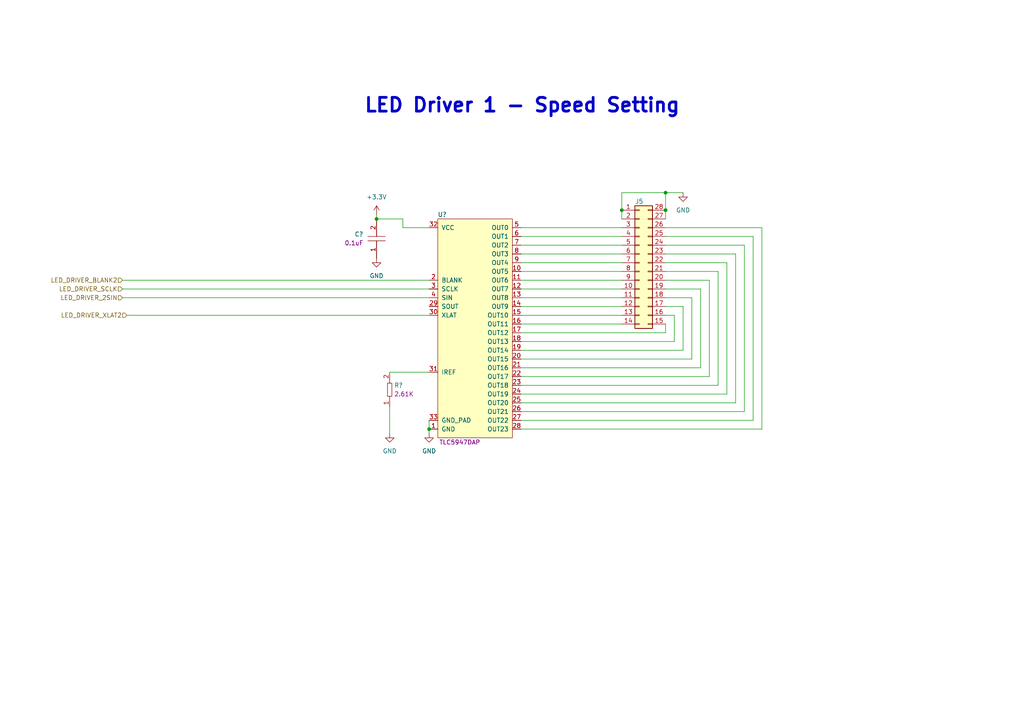
<source format=kicad_sch>
(kicad_sch (version 20230121) (generator eeschema)
  (paper "A4")
  (lib_symbols
    (symbol "AVR-KiCAD-Lib-Capacitors:CL10B104JB8NNNC" (pin_names (offset 1.016))
      (property "Reference" "C" (at -2.54 2.54 0))
      (property "_Value_" "0.1uF" (at 58.42 63.5 0))
      (symbol "CL10B104JB8NNNC_1_1"
        (polyline (pts (xy 0 2.54) (xy 0 -2.54)))
        (polyline (pts (xy 1.27 2.54) (xy 1.27 -2.54)))
        (pin input line (at -5.08 0 0) (length 5.08) (name "~") (number "1"))
        (pin input line (at 6.35 0 180) (length 5.08) (name "~") (number "2"))
      )
    )
    (symbol "AVR-KiCAD-Lib-ICs:TLC5947DAP" (pin_names (offset 1.016))
      (property "Reference" "U" (at 0 62.23 0))
      (property "_Value_" "TLC5947DAP" (at 6.35 -3.81 0))
      (symbol "TLC5947DAP_1_1"
        (rectangle (start 0 60.96) (end 21.59 -2.54) (fill (type background)))
        (pin input line (at -2.54 0 0) (length 2.54) (name "GND") (number "1"))
        (pin output line (at 24.13 45.72 180) (length 2.54) (name "OUT5") (number "10"))
        (pin output line (at 24.13 43.18 180) (length 2.54) (name "OUT6") (number "11"))
        (pin output line (at 24.13 40.64 180) (length 2.54) (name "OUT7") (number "12"))
        (pin output line (at 24.13 38.1 180) (length 2.54) (name "OUT8") (number "13"))
        (pin output line (at 24.13 35.56 180) (length 2.54) (name "OUT9") (number "14"))
        (pin output line (at 24.13 33.02 180) (length 2.54) (name "OUT10") (number "15"))
        (pin output line (at 24.13 30.48 180) (length 2.54) (name "OUT11") (number "16"))
        (pin output line (at 24.13 27.94 180) (length 2.54) (name "OUT12") (number "17"))
        (pin output line (at 24.13 25.4 180) (length 2.54) (name "OUT13") (number "18"))
        (pin output line (at 24.13 22.86 180) (length 2.54) (name "OUT14") (number "19"))
        (pin input line (at -2.54 43.18 0) (length 2.54) (name "BLANK") (number "2"))
        (pin output line (at 24.13 20.32 180) (length 2.54) (name "OUT15") (number "20"))
        (pin output line (at 24.13 17.78 180) (length 2.54) (name "OUT16") (number "21"))
        (pin output line (at 24.13 15.24 180) (length 2.54) (name "OUT17") (number "22"))
        (pin output line (at 24.13 12.7 180) (length 2.54) (name "OUT18") (number "23"))
        (pin output line (at 24.13 10.16 180) (length 2.54) (name "OUT19") (number "24"))
        (pin output line (at 24.13 7.62 180) (length 2.54) (name "OUT20") (number "25"))
        (pin output line (at 24.13 5.08 180) (length 2.54) (name "OUT21") (number "26"))
        (pin output line (at 24.13 2.54 180) (length 2.54) (name "OUT22") (number "27"))
        (pin output line (at 24.13 0 180) (length 2.54) (name "OUT23") (number "28"))
        (pin output line (at -2.54 35.56 0) (length 2.54) (name "SOUT") (number "29"))
        (pin input line (at -2.54 40.64 0) (length 2.54) (name "SCLK") (number "3"))
        (pin input line (at -2.54 33.02 0) (length 2.54) (name "XLAT") (number "30"))
        (pin input line (at -2.54 16.51 0) (length 2.54) (name "IREF") (number "31"))
        (pin power_in line (at -2.54 58.42 0) (length 2.54) (name "VCC") (number "32"))
        (pin passive line (at -2.54 2.54 0) (length 2.54) (name "GND_PAD") (number "33"))
        (pin input line (at -2.54 38.1 0) (length 2.54) (name "SIN") (number "4"))
        (pin output line (at 24.13 58.42 180) (length 2.54) (name "OUT0") (number "5"))
        (pin output line (at 24.13 55.88 180) (length 2.54) (name "OUT1") (number "6"))
        (pin output line (at 24.13 53.34 180) (length 2.54) (name "OUT2") (number "7"))
        (pin output line (at 24.13 50.8 180) (length 2.54) (name "OUT3") (number "8"))
        (pin output line (at 24.13 48.26 180) (length 2.54) (name "OUT4") (number "9"))
      )
    )
    (symbol "AVR-KiCAD-Lib-Resistors:RMCF0603FT2K61" (pin_names (offset 1.016))
      (property "Reference" "R" (at -2.54 2.54 0))
      (property "Value" "RMCF0603FT2K61" (at 1.27 5.08 0))
      (property "_Value_" "2.61K" (at 58.42 63.5 0))
      (symbol "RMCF0603FT2K61_0_1"
        (rectangle (start -1.905 0.635) (end 1.905 -0.635))
        (polyline (pts (xy -2.54 0) (xy -1.905 0)))
        (polyline (pts (xy -1.905 0) (xy -1.905 0)))
        (polyline (pts (xy 1.905 0) (xy 1.905 0)))
        (polyline (pts (xy 2.54 0) (xy 1.905 0)))
      )
      (symbol "RMCF0603FT2K61_1_1"
        (pin passive line (at -5.08 0 0) (length 2.5146) (name "~") (number "1"))
        (pin passive line (at 5.08 0 180) (length 2.5146) (name "~") (number "2"))
      )
    )
    (symbol "Connector_Generic:Conn_02x14_Counter_Clockwise" (pin_names (offset 1.016) hide)
      (property "Reference" "J" (at 1.27 17.78 0))
      (property "Value" "Conn_02x14_Counter_Clockwise" (at 1.27 -20.32 0))
      (symbol "Conn_02x14_Counter_Clockwise_1_1"
        (rectangle (start -1.27 -17.653) (end 0 -17.907) (stroke (width 0.1524)))
        (rectangle (start -1.27 -15.113) (end 0 -15.367) (stroke (width 0.1524)))
        (rectangle (start -1.27 -12.573) (end 0 -12.827) (stroke (width 0.1524)))
        (rectangle (start -1.27 -10.033) (end 0 -10.287) (stroke (width 0.1524)))
        (rectangle (start -1.27 -7.493) (end 0 -7.747) (stroke (width 0.1524)))
        (rectangle (start -1.27 -4.953) (end 0 -5.207) (stroke (width 0.1524)))
        (rectangle (start -1.27 -2.413) (end 0 -2.667) (stroke (width 0.1524)))
        (rectangle (start -1.27 0.127) (end 0 -0.127) (stroke (width 0.1524)))
        (rectangle (start -1.27 2.667) (end 0 2.413) (stroke (width 0.1524)))
        (rectangle (start -1.27 5.207) (end 0 4.953) (stroke (width 0.1524)))
        (rectangle (start -1.27 7.747) (end 0 7.493) (stroke (width 0.1524)))
        (rectangle (start -1.27 10.287) (end 0 10.033) (stroke (width 0.1524)))
        (rectangle (start -1.27 12.827) (end 0 12.573) (stroke (width 0.1524)))
        (rectangle (start -1.27 15.367) (end 0 15.113) (stroke (width 0.1524)))
        (rectangle (start -1.27 16.51) (end 3.81 -19.05) (stroke (width 0.254)) (fill (type background)))
        (rectangle (start 3.81 -17.653) (end 2.54 -17.907) (stroke (width 0.1524)))
        (rectangle (start 3.81 -15.113) (end 2.54 -15.367) (stroke (width 0.1524)))
        (rectangle (start 3.81 -12.573) (end 2.54 -12.827) (stroke (width 0.1524)))
        (rectangle (start 3.81 -10.033) (end 2.54 -10.287) (stroke (width 0.1524)))
        (rectangle (start 3.81 -7.493) (end 2.54 -7.747) (stroke (width 0.1524)))
        (rectangle (start 3.81 -4.953) (end 2.54 -5.207) (stroke (width 0.1524)))
        (rectangle (start 3.81 -2.413) (end 2.54 -2.667) (stroke (width 0.1524)))
        (rectangle (start 3.81 0.127) (end 2.54 -0.127) (stroke (width 0.1524)))
        (rectangle (start 3.81 2.667) (end 2.54 2.413) (stroke (width 0.1524)))
        (rectangle (start 3.81 5.207) (end 2.54 4.953) (stroke (width 0.1524)))
        (rectangle (start 3.81 7.747) (end 2.54 7.493) (stroke (width 0.1524)))
        (rectangle (start 3.81 10.287) (end 2.54 10.033) (stroke (width 0.1524)))
        (rectangle (start 3.81 12.827) (end 2.54 12.573) (stroke (width 0.1524)))
        (rectangle (start 3.81 15.367) (end 2.54 15.113) (stroke (width 0.1524)))
        (pin passive line (at -5.08 15.24 0) (length 3.81) (name "Pin_1") (number "1"))
        (pin passive line (at -5.08 -7.62 0) (length 3.81) (name "Pin_10") (number "10"))
        (pin passive line (at -5.08 -10.16 0) (length 3.81) (name "Pin_11") (number "11"))
        (pin passive line (at -5.08 -12.7 0) (length 3.81) (name "Pin_12") (number "12"))
        (pin passive line (at -5.08 -15.24 0) (length 3.81) (name "Pin_13") (number "13"))
        (pin passive line (at -5.08 -17.78 0) (length 3.81) (name "Pin_14") (number "14"))
        (pin passive line (at 7.62 -17.78 180) (length 3.81) (name "Pin_15") (number "15"))
        (pin passive line (at 7.62 -15.24 180) (length 3.81) (name "Pin_16") (number "16"))
        (pin passive line (at 7.62 -12.7 180) (length 3.81) (name "Pin_17") (number "17"))
        (pin passive line (at 7.62 -10.16 180) (length 3.81) (name "Pin_18") (number "18"))
        (pin passive line (at 7.62 -7.62 180) (length 3.81) (name "Pin_19") (number "19"))
        (pin passive line (at -5.08 12.7 0) (length 3.81) (name "Pin_2") (number "2"))
        (pin passive line (at 7.62 -5.08 180) (length 3.81) (name "Pin_20") (number "20"))
        (pin passive line (at 7.62 -2.54 180) (length 3.81) (name "Pin_21") (number "21"))
        (pin passive line (at 7.62 0 180) (length 3.81) (name "Pin_22") (number "22"))
        (pin passive line (at 7.62 2.54 180) (length 3.81) (name "Pin_23") (number "23"))
        (pin passive line (at 7.62 5.08 180) (length 3.81) (name "Pin_24") (number "24"))
        (pin passive line (at 7.62 7.62 180) (length 3.81) (name "Pin_25") (number "25"))
        (pin passive line (at 7.62 10.16 180) (length 3.81) (name "Pin_26") (number "26"))
        (pin passive line (at 7.62 12.7 180) (length 3.81) (name "Pin_27") (number "27"))
        (pin passive line (at 7.62 15.24 180) (length 3.81) (name "Pin_28") (number "28"))
        (pin passive line (at -5.08 10.16 0) (length 3.81) (name "Pin_3") (number "3"))
        (pin passive line (at -5.08 7.62 0) (length 3.81) (name "Pin_4") (number "4"))
        (pin passive line (at -5.08 5.08 0) (length 3.81) (name "Pin_5") (number "5"))
        (pin passive line (at -5.08 2.54 0) (length 3.81) (name "Pin_6") (number "6"))
        (pin passive line (at -5.08 0 0) (length 3.81) (name "Pin_7") (number "7"))
        (pin passive line (at -5.08 -2.54 0) (length 3.81) (name "Pin_8") (number "8"))
        (pin passive line (at -5.08 -5.08 0) (length 3.81) (name "Pin_9") (number "9"))
      )
    )
    (symbol "power:+3.3V" (power) (pin_names (offset 0))
      (property "Value" "+3.3V" (at 0 3.556 0))
      (symbol "+3.3V_0_1"
        (polyline (pts (xy -0.762 1.27) (xy 0 2.54)))
        (polyline (pts (xy 0 0) (xy 0 2.54)))
        (polyline (pts (xy 0 2.54) (xy 0.762 1.27)))
      )
      (symbol "+3.3V_1_1"
        (pin power_in line (at 0 0 90) (length 0) hide (name "+3.3V") (number "1"))
      )
    )
    (symbol "power:GND" (power) (pin_names (offset 0))
      (property "Value" "GND" (at 0 -3.81 0))
      (symbol "GND_0_1"
        (polyline (pts (xy 0 0) (xy 0 -1.27) (xy 1.27 -1.27) (xy 0 -2.54) (xy -1.27 -1.27) (xy 0 -1.27)))
      )
      (symbol "GND_1_1"
        (pin power_in line (at 0 0 270) (length 0) hide (name "GND") (number "1"))
      )
    )
  )
  (junction (at 124.46 124.46))
  (junction (at 109.22 63.5))
  (junction (at 193.04 55.88))
  (junction (at 180.34 60.96))
  (junction (at 193.04 60.96))
  (wire (pts (xy 180.34 63.5) (xy 180.34 60.96)))
  (wire (pts (xy 203.2 83.82) (xy 193.04 83.82)))
  (wire (pts (xy 109.22 63.5) (xy 116.84 63.5)))
  (wire (pts (xy 151.13 73.66) (xy 180.34 73.66)))
  (wire (pts (xy 151.13 88.9) (xy 180.34 88.9)))
  (wire (pts (xy 124.46 121.92) (xy 124.46 124.46)))
  (wire (pts (xy 210.82 76.2) (xy 193.04 76.2)))
  (wire (pts (xy 193.04 96.52) (xy 193.04 93.98)))
  (wire (pts (xy 151.13 99.06) (xy 195.58 99.06)))
  (wire (pts (xy 200.66 104.14) (xy 200.66 86.36)))
  (wire (pts (xy 35.56 86.36) (xy 124.46 86.36)))
  (wire (pts (xy 151.13 109.22) (xy 205.74 109.22)))
  (wire (pts (xy 151.13 66.04) (xy 180.34 66.04)))
  (wire (pts (xy 151.13 96.52) (xy 193.04 96.52)))
  (wire (pts (xy 218.44 121.92) (xy 218.44 68.58)))
  (wire (pts (xy 35.56 83.82) (xy 124.46 83.82)))
  (wire (pts (xy 116.84 63.5) (xy 116.84 66.04)))
  (wire (pts (xy 151.13 101.6) (xy 198.12 101.6)))
  (wire (pts (xy 113.03 107.95) (xy 124.46 107.95)))
  (wire (pts (xy 193.04 55.88) (xy 198.12 55.88)))
  (wire (pts (xy 151.13 119.38) (xy 215.9 119.38)))
  (wire (pts (xy 203.2 106.68) (xy 203.2 83.82)))
  (wire (pts (xy 151.13 124.46) (xy 220.98 124.46)))
  (wire (pts (xy 151.13 71.12) (xy 180.34 71.12)))
  (wire (pts (xy 195.58 99.06) (xy 195.58 91.44)))
  (wire (pts (xy 151.13 104.14) (xy 200.66 104.14)))
  (wire (pts (xy 151.13 114.3) (xy 210.82 114.3)))
  (wire (pts (xy 109.22 62.23) (xy 109.22 63.5)))
  (wire (pts (xy 35.56 81.28) (xy 124.46 81.28)))
  (wire (pts (xy 151.13 93.98) (xy 180.34 93.98)))
  (wire (pts (xy 198.12 101.6) (xy 198.12 88.9)))
  (wire (pts (xy 205.74 109.22) (xy 205.74 81.28)))
  (wire (pts (xy 151.13 116.84) (xy 213.36 116.84)))
  (wire (pts (xy 124.46 124.46) (xy 124.46 125.73)))
  (wire (pts (xy 208.28 78.74) (xy 193.04 78.74)))
  (wire (pts (xy 151.13 78.74) (xy 180.34 78.74)))
  (wire (pts (xy 116.84 66.04) (xy 124.46 66.04)))
  (wire (pts (xy 113.03 118.11) (xy 113.03 125.73)))
  (wire (pts (xy 151.13 76.2) (xy 180.34 76.2)))
  (wire (pts (xy 180.34 55.88) (xy 193.04 55.88)))
  (wire (pts (xy 151.13 81.28) (xy 180.34 81.28)))
  (wire (pts (xy 220.98 66.04) (xy 193.04 66.04)))
  (wire (pts (xy 195.58 91.44) (xy 193.04 91.44)))
  (wire (pts (xy 208.28 111.76) (xy 208.28 78.74)))
  (wire (pts (xy 215.9 71.12) (xy 193.04 71.12)))
  (wire (pts (xy 213.36 73.66) (xy 193.04 73.66)))
  (wire (pts (xy 151.13 91.44) (xy 180.34 91.44)))
  (wire (pts (xy 215.9 119.38) (xy 215.9 71.12)))
  (wire (pts (xy 210.82 114.3) (xy 210.82 76.2)))
  (wire (pts (xy 205.74 81.28) (xy 193.04 81.28)))
  (wire (pts (xy 151.13 68.58) (xy 180.34 68.58)))
  (wire (pts (xy 198.12 88.9) (xy 193.04 88.9)))
  (wire (pts (xy 218.44 68.58) (xy 193.04 68.58)))
  (wire (pts (xy 151.13 83.82) (xy 180.34 83.82)))
  (wire (pts (xy 151.13 111.76) (xy 208.28 111.76)))
  (wire (pts (xy 151.13 86.36) (xy 180.34 86.36)))
  (wire (pts (xy 151.13 106.68) (xy 203.2 106.68)))
  (wire (pts (xy 193.04 60.96) (xy 193.04 63.5)))
  (wire (pts (xy 180.34 60.96) (xy 180.34 55.88)))
  (wire (pts (xy 151.13 121.92) (xy 218.44 121.92)))
  (wire (pts (xy 36.83 91.44) (xy 124.46 91.44)))
  (wire (pts (xy 213.36 116.84) (xy 213.36 73.66)))
  (wire (pts (xy 200.66 86.36) (xy 193.04 86.36)))
  (wire (pts (xy 193.04 55.88) (xy 193.04 60.96)))
  (wire (pts (xy 220.98 124.46) (xy 220.98 66.04)))
  (text "LED Driver 1 - Speed Setting" (at 105.41 33.02 0) (effects (font (size 4 4) (thickness 0.8) bold) (justify left bottom)))
  (hierarchical_label "LED_DRIVER_XLAT2" (shape input) (at 36.83 91.44 180))
  (hierarchical_label "LED_DRIVER_2SIN" (shape input) (at 35.56 86.36 180))
  (hierarchical_label "LED_DRIVER_SCLK" (shape input) (at 35.56 83.82 180))
  (hierarchical_label "LED_DRIVER_BLANK2" (shape input) (at 35.56 81.28 180))
  (symbol (lib_id "AVR-KiCAD-Lib-Capacitors:CL10B104JB8NNNC") (at 109.22 69.85 90) (unit 1)
    (property "Reference" "C?" (at 105.41 67.945 90) (effects (justify left)))
    (property "Value" "CL10B104JB8NNNC" (effects hide))
    (property "Footprint" "AVR-KiCAD-Lib-Capacitors:C0603" (effects hide))
    (property "Datasheet" "https://mm.digikey.com/Volume0/opasdata/d220001/medias/docus/609/CL10B104JB8NNNC_Spec.pdf" (effects hide))
    (property "Cost QTY: 1" "0.10000" (effects hide))
    (property "Cost QTY: 1000" "0.00975" (effects hide))
    (property "Cost QTY: 2500" "*" (effects hide))
    (property "Cost QTY: 5000" "*" (effects hide))
    (property "Cost QTY: 10000" "*" (effects hide))
    (property "MFR" "Samsung Electro-Mechanics" (effects hide))
    (property "MFR#" "CL10B104JB8NNNC" (effects hide))
    (property "Vendor" "Digikey" (effects hide))
    (property "Vendor #" "1276-1033-2-ND" (effects hide))
    (property "Designer" "Adam Vadala-Roth" (effects hide))
    (property "Height" "0.90" (effects hide))
    (property "Date Created" "10/3/2023" (effects hide))
    (property "Date Modified" "10/3/2023" (effects hide))
    (property "Lead-Free ?" "Yes" (effects hide))
    (property "RoHS Levels" "1" (effects hide))
    (property "Mounting" "SMT" (effects hide))
    (property "Pin Count #" "2" (effects hide))
    (property "Status" "Active" (effects hide))
    (property "Tolerance" "5%" (effects hide))
    (property "Type" "Capacitor" (effects hide))
    (property "Voltage" "50V" (effects hide))
    (property "Package" "0603" (effects hide))
    (property "Description" "0.1 µF ±5% 50V Ceramic Capacitor X7R 0603 (1608 Metric)" (effects hide))
    (property "_Value_" "0.1uF" (at 105.41 70.485 90) (effects (justify left)))
    (property "Management_ID" "*" (effects hide))
    (instances (project "JoyStick-Hat" (path "" (reference "C?") (unit 1)) (path "" (reference "C19") (unit 1))))
  )
  (symbol (lib_id "AVR-KiCAD-Lib-Resistors:RMCF0603FT2K61") (at 113.03 113.03 90) (unit 1)
    (property "Reference" "R?" (at 114.3 111.76 90) (effects (justify right)))
    (property "Value" "RMCF0603FT2K61" (effects hide))
    (property "Footprint" "AVR-KiCAD-Lib-Resistors:R0603" (effects hide))
    (property "Datasheet" "https://www.seielect.com/catalog/sei-rmcf_rmcp.pdf" (effects hide))
    (property "Cost QTY: 1" "0.10000" (effects hide))
    (property "Cost QTY: 1000" "0.00404" (effects hide))
    (property "Cost QTY: 2500" "*" (effects hide))
    (property "Cost QTY: 5000" "0.00288" (effects hide))
    (property "Cost QTY: 10000" "0.00253" (effects hide))
    (property "MFR" "Stackpole Electronics Inc" (effects hide))
    (property "MFR#" "RMCF0603FT2K61" (effects hide))
    (property "Vendor" "Digikey" (effects hide))
    (property "Vendor #" "RMCF0603FT2K61TR-ND" (effects hide))
    (property "Designer" "Adam Vadala-Roth" (effects hide))
    (property "Height" "0.55mm" (effects hide))
    (property "Date Created" "10/3/2023" (effects hide))
    (property "Date Modified" "10/3/2023" (effects hide))
    (property "Lead-Free ?" "Yes" (effects hide))
    (property "RoHS Levels" "1" (effects hide))
    (property "Mounting" "SMT" (effects hide))
    (property "Pin Count #" "2" (effects hide))
    (property "Status" "Active" (effects hide))
    (property "Tolerance" "1%" (effects hide))
    (property "Type" "Resistor" (effects hide))
    (property "Voltage" "N/A" (effects hide))
    (property "Package" "0603" (effects hide))
    (property "_Value_" "2.61K" (at 114.3 114.3 90) (effects (justify right)))
    (property "Management_ID" "*" (effects hide))
    (property "Description" "2.61 kOhms ±1% 0.1W, 1/10W Chip Resistor 0603 (1608 Metric) Automotive AEC-Q200 Thick Film" (effects hide))
    (instances (project "JoyStick-Hat" (path "" (reference "R?") (unit 1)) (path "" (reference "R19") (unit 1))))
  )
  (symbol (lib_id "AVR-KiCAD-Lib-ICs:TLC5947DAP") (at 127 124.46 0) (unit 1)
    (property "Reference" "U?" (at 128.27 62.23 0))
    (property "Value" "TLC5947DAP" (effects hide))
    (property "Footprint" "AVR-KiCAD-Lib-ICs:DAP32_4P36X4P11" (effects hide))
    (property "Datasheet" "https://www.ti.com/lit/ds/symlink/tlc5947.pdf" (effects hide))
    (property "Cost QTY: 1" "4.66000" (effects hide))
    (property "Cost QTY: 1000" "2.46319" (effects hide))
    (property "Cost QTY: 2500" "*" (effects hide))
    (property "Cost QTY: 5000" "*" (effects hide))
    (property "Cost QTY: 10000" "*" (effects hide))
    (property "MFR" "Texas Instruments" (effects hide))
    (property "MFR#" "TLC5947DAP" (effects hide))
    (property "Vendor" "Digikey" (effects hide))
    (property "Vendor #" "296-23576-5-ND" (effects hide))
    (property "Designer" "Adam Vadala-Roth" (effects hide))
    (property "Height" "1.2mm" (effects hide))
    (property "Date Created" "9/26/2023" (effects hide))
    (property "Date Modified" "9/26/2023" (effects hide))
    (property "Lead-Free ?" "Yes" (effects hide))
    (property "RoHS Levels" "1" (effects hide))
    (property "Mounting" "SMT" (effects hide))
    (property "Pin Count #" "32" (effects hide))
    (property "Status" "Active" (effects hide))
    (property "Tolerance" "N/A" (effects hide))
    (property "Type" "IC" (effects hide))
    (property "Voltage" "3-5.5VDC" (effects hide))
    (property "Package" "32-HTSSOP" (effects hide))
    (property "Description" "IC LED DRVR LINEAR 30MA 32HTSSOP" (effects hide))
    (property "_Value_" "TLC5947DAP" (at 133.35 128.27 0))
    (property "Management_ID" "*" (effects hide))
    (instances (project "JoyStick-Hat" (path "" (reference "U?") (unit 1)) (path "" (reference "U3") (unit 1))))
  )
  (symbol (lib_id "power:GND") (at 124.46 125.73 0) (unit 1)
    (property "Reference" "#PWR028" (effects hide))
    (property "Value" "GND" (at 124.46 130.81 0))
  )
  (symbol (lib_id "power:GND") (at 109.22 74.93 0) (unit 1)
    (property "Reference" "#PWR026" (effects hide))
    (property "Value" "GND" (at 109.22 80.01 0))
    (instances (project "JoyStick-Hat" (path "" (reference "#PWR026") (unit 1)) (path "" (reference "#PWR?") (unit 1))))
  )
  (symbol (lib_id "power:+3.3V") (at 109.22 62.23 0) (unit 1)
    (property "Reference" "#PWR?" (effects hide))
    (property "Value" "+3.3V" (at 109.22 57.15 0))
    (instances (project "JoyStick-Hat" (path "" (reference "#PWR?") (unit 1)) (path "" (reference "#PWR025") (unit 1))))
  )
  (symbol (lib_id "power:GND") (at 198.12 55.88 0) (unit 1)
    (property "Reference" "#PWR029" (effects hide))
    (property "Value" "GND" (at 198.12 60.96 0))
  )
  (symbol (lib_id "power:GND") (at 113.03 125.73 0) (unit 1)
    (property "Reference" "#PWR027" (effects hide))
    (property "Value" "GND" (at 113.03 130.81 0))
    (instances (project "JoyStick-Hat" (path "" (reference "#PWR027") (unit 1)) (path "" (reference "#PWR?") (unit 1))))
  )
  (symbol (lib_id "Connector_Generic:Conn_02x14_Counter_Clockwise") (at 185.42 76.2 0) (unit 1)
    (property "Reference" "J5" (at 185.42 58.42 0))
    (property "Value" "Conn_02x14_Counter_Clockwise" (effects hide))
    (property "Footprint" "Connector_PinHeader_2.54mm:PinHeader_2x14_P2.54mm_Vertical" (effects hide))
  )
)
</source>
